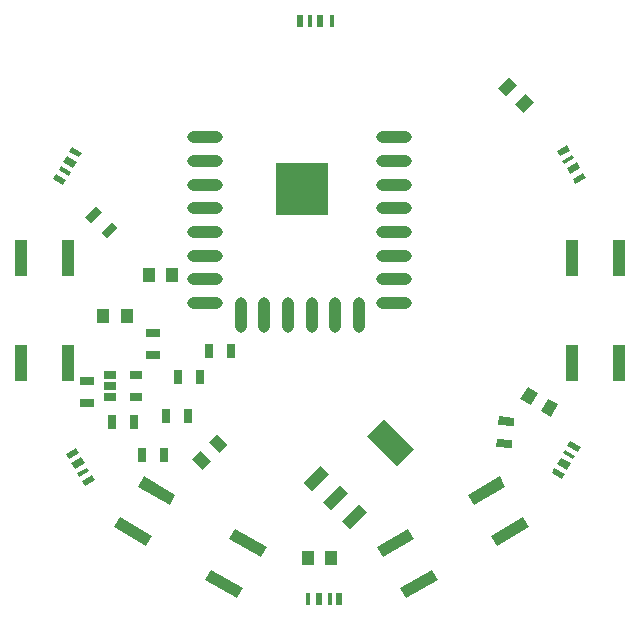
<source format=gtp>
G04 #@! TF.FileFunction,Paste,Top*
%FSLAX46Y46*%
G04 Gerber Fmt 4.6, Leading zero omitted, Abs format (unit mm)*
G04 Created by KiCad (PCBNEW 4.0.2+dfsg1-stable) date Fri 28 Sep 2018 02:00:57 AM EDT*
%MOMM*%
G01*
G04 APERTURE LIST*
%ADD10C,0.100000*%
%ADD11O,3.000000X1.000000*%
%ADD12O,1.000000X3.000000*%
%ADD13R,1.000000X1.250000*%
%ADD14R,0.700000X1.300000*%
%ADD15R,1.300000X0.700000*%
%ADD16R,1.000000X3.100000*%
%ADD17R,1.060000X0.650000*%
%ADD18R,4.470400X4.470400*%
%ADD19R,0.450000X1.000000*%
%ADD20R,0.600000X1.000000*%
%ADD21R,0.350000X1.000000*%
%ADD22R,0.500000X1.000000*%
G04 APERTURE END LIST*
D10*
D11*
X76836000Y-40434000D03*
X76836000Y-42434000D03*
X76836000Y-44434000D03*
X76836000Y-46434000D03*
X76836000Y-48434000D03*
X76836000Y-50434000D03*
X76836000Y-52434000D03*
X76836000Y-54434000D03*
D12*
X79836000Y-55434000D03*
X81836000Y-55434000D03*
X83836000Y-55434000D03*
X85836000Y-55434000D03*
X87836000Y-55434000D03*
X89836000Y-55434000D03*
D11*
X92836000Y-54434000D03*
X92836000Y-52434000D03*
X92836000Y-50434000D03*
X92836000Y-48434000D03*
X92836000Y-46434000D03*
X92836000Y-44434000D03*
X92836000Y-42434000D03*
X92836000Y-40434000D03*
D10*
G36*
X103508462Y-62621266D02*
X104133462Y-61538734D01*
X104999488Y-62038734D01*
X104374488Y-63121266D01*
X103508462Y-62621266D01*
X103508462Y-62621266D01*
G37*
G36*
X105240512Y-63621266D02*
X105865512Y-62538734D01*
X106731538Y-63038734D01*
X106106538Y-64121266D01*
X105240512Y-63621266D01*
X105240512Y-63621266D01*
G37*
G36*
X76597281Y-68558602D02*
X75713398Y-67674719D01*
X76420505Y-66967612D01*
X77304388Y-67851495D01*
X76597281Y-68558602D01*
X76597281Y-68558602D01*
G37*
G36*
X78011495Y-67144388D02*
X77127612Y-66260505D01*
X77834719Y-65553398D01*
X78718602Y-66437281D01*
X78011495Y-67144388D01*
X78011495Y-67144388D01*
G37*
D13*
X70170000Y-55550000D03*
X68170000Y-55550000D03*
D10*
G36*
X69408858Y-48069619D02*
X68489619Y-48988858D01*
X67994644Y-48493883D01*
X68913883Y-47574644D01*
X69408858Y-48069619D01*
X69408858Y-48069619D01*
G37*
G36*
X68065356Y-46726117D02*
X67146117Y-47645356D01*
X66651142Y-47150381D01*
X67570381Y-46231142D01*
X68065356Y-46726117D01*
X68065356Y-46726117D01*
G37*
G36*
X101700776Y-64053296D02*
X102995829Y-64166598D01*
X102934820Y-64863934D01*
X101639767Y-64750632D01*
X101700776Y-64053296D01*
X101700776Y-64053296D01*
G37*
G36*
X101535180Y-65946066D02*
X102830233Y-66059368D01*
X102769224Y-66756704D01*
X101474171Y-66643402D01*
X101535180Y-65946066D01*
X101535180Y-65946066D01*
G37*
D14*
X73472000Y-64008000D03*
X75372000Y-64008000D03*
X71440000Y-67310000D03*
X73340000Y-67310000D03*
X68900000Y-64516000D03*
X70800000Y-64516000D03*
X74488000Y-60706000D03*
X76388000Y-60706000D03*
D15*
X72390000Y-56962000D03*
X72390000Y-58862000D03*
X66802000Y-62926000D03*
X66802000Y-61026000D03*
D10*
G36*
X103740482Y-72591538D02*
X104240482Y-73457564D01*
X101555804Y-75007564D01*
X101055804Y-74141538D01*
X103740482Y-72591538D01*
X103740482Y-72591538D01*
G37*
G36*
X101740482Y-69127436D02*
X102240482Y-69993462D01*
X99555804Y-71543462D01*
X99055804Y-70677436D01*
X101740482Y-69127436D01*
X101740482Y-69127436D01*
G37*
G36*
X94024196Y-73582436D02*
X94524196Y-74448462D01*
X91839518Y-75998462D01*
X91339518Y-75132436D01*
X94024196Y-73582436D01*
X94024196Y-73582436D01*
G37*
G36*
X96024196Y-77046538D02*
X96524196Y-77912564D01*
X93839518Y-79462564D01*
X93339518Y-78596538D01*
X96024196Y-77046538D01*
X96024196Y-77046538D01*
G37*
D16*
X65238000Y-50663000D03*
X61238000Y-50663000D03*
X61238000Y-59573000D03*
X65238000Y-59573000D03*
X107836000Y-59527000D03*
X111836000Y-59527000D03*
X111836000Y-50617000D03*
X107836000Y-50617000D03*
D10*
G36*
X80015482Y-78596538D02*
X79515482Y-79462564D01*
X76830804Y-77912564D01*
X77330804Y-77046538D01*
X80015482Y-78596538D01*
X80015482Y-78596538D01*
G37*
G36*
X82015482Y-75132436D02*
X81515482Y-75998462D01*
X78830804Y-74448462D01*
X79330804Y-73582436D01*
X82015482Y-75132436D01*
X82015482Y-75132436D01*
G37*
G36*
X74299196Y-70677436D02*
X73799196Y-71543462D01*
X71114518Y-69993462D01*
X71614518Y-69127436D01*
X74299196Y-70677436D01*
X74299196Y-70677436D01*
G37*
G36*
X72299196Y-74141538D02*
X71799196Y-75007564D01*
X69114518Y-73457564D01*
X69614518Y-72591538D01*
X72299196Y-74141538D01*
X72299196Y-74141538D01*
G37*
D17*
X68750000Y-60518000D03*
X68750000Y-61468000D03*
X68750000Y-62418000D03*
X70950000Y-62418000D03*
X70950000Y-60518000D03*
D10*
G36*
X90493290Y-65670397D02*
X91930131Y-64233556D01*
X94516444Y-66819869D01*
X93079603Y-68256710D01*
X90493290Y-65670397D01*
X90493290Y-65670397D01*
G37*
G36*
X86757502Y-71274077D02*
X88194343Y-69837236D01*
X88912764Y-70555657D01*
X87475923Y-71992498D01*
X86757502Y-71274077D01*
X86757502Y-71274077D01*
G37*
G36*
X88373949Y-72890523D02*
X89810790Y-71453682D01*
X90529211Y-72172103D01*
X89092370Y-73608944D01*
X88373949Y-72890523D01*
X88373949Y-72890523D01*
G37*
G36*
X85141056Y-69657630D02*
X86577897Y-68220789D01*
X87296318Y-68939210D01*
X85859477Y-70376051D01*
X85141056Y-69657630D01*
X85141056Y-69657630D01*
G37*
G36*
X104626602Y-37448719D02*
X103742719Y-38332602D01*
X103035612Y-37625495D01*
X103919495Y-36741612D01*
X104626602Y-37448719D01*
X104626602Y-37448719D01*
G37*
G36*
X103212388Y-36034505D02*
X102328505Y-36918388D01*
X101621398Y-36211281D01*
X102505281Y-35327398D01*
X103212388Y-36034505D01*
X103212388Y-36034505D01*
G37*
D13*
X74025000Y-52070000D03*
X72025000Y-52070000D03*
D18*
X85050000Y-44760000D03*
D13*
X87500000Y-76020000D03*
X85500000Y-76020000D03*
D14*
X77140000Y-58480000D03*
X79040000Y-58480000D03*
D10*
G36*
X65530000Y-41240962D02*
X66396026Y-41740962D01*
X66171026Y-42130674D01*
X65305000Y-41630674D01*
X65530000Y-41240962D01*
X65530000Y-41240962D01*
G37*
G36*
X65080000Y-42020384D02*
X65946026Y-42520384D01*
X65646026Y-43040000D01*
X64780000Y-42540000D01*
X65080000Y-42020384D01*
X65080000Y-42020384D01*
G37*
G36*
X64580000Y-42886411D02*
X65446026Y-43386411D01*
X65271026Y-43689519D01*
X64405000Y-43189519D01*
X64580000Y-42886411D01*
X64580000Y-42886411D01*
G37*
G36*
X64205000Y-43535930D02*
X65071026Y-44035930D01*
X64821026Y-44468942D01*
X63955000Y-43968942D01*
X64205000Y-43535930D01*
X64205000Y-43535930D01*
G37*
G36*
X65030000Y-67240962D02*
X65896026Y-66740962D01*
X66121026Y-67130674D01*
X65255000Y-67630674D01*
X65030000Y-67240962D01*
X65030000Y-67240962D01*
G37*
G36*
X65480000Y-68020384D02*
X66346026Y-67520384D01*
X66646026Y-68040000D01*
X65780000Y-68540000D01*
X65480000Y-68020384D01*
X65480000Y-68020384D01*
G37*
G36*
X65980000Y-68886411D02*
X66846026Y-68386411D01*
X67021026Y-68689519D01*
X66155000Y-69189519D01*
X65980000Y-68886411D01*
X65980000Y-68886411D01*
G37*
G36*
X66355000Y-69535930D02*
X67221026Y-69035930D01*
X67471026Y-69468942D01*
X66605000Y-69968942D01*
X66355000Y-69535930D01*
X66355000Y-69535930D01*
G37*
D19*
X85505000Y-79540000D03*
D20*
X86480000Y-79540000D03*
D21*
X87355000Y-79540000D03*
D22*
X88180000Y-79540000D03*
D10*
G36*
X107030000Y-69339038D02*
X106163974Y-68839038D01*
X106388974Y-68449326D01*
X107255000Y-68949326D01*
X107030000Y-69339038D01*
X107030000Y-69339038D01*
G37*
G36*
X107480000Y-68559616D02*
X106613974Y-68059616D01*
X106913974Y-67540000D01*
X107780000Y-68040000D01*
X107480000Y-68559616D01*
X107480000Y-68559616D01*
G37*
G36*
X107980000Y-67693589D02*
X107113974Y-67193589D01*
X107288974Y-66890481D01*
X108155000Y-67390481D01*
X107980000Y-67693589D01*
X107980000Y-67693589D01*
G37*
G36*
X108355000Y-67044070D02*
X107488974Y-66544070D01*
X107738974Y-66111058D01*
X108605000Y-66611058D01*
X108355000Y-67044070D01*
X108355000Y-67044070D01*
G37*
G36*
X109030000Y-43839038D02*
X108163974Y-44339038D01*
X107938974Y-43949326D01*
X108805000Y-43449326D01*
X109030000Y-43839038D01*
X109030000Y-43839038D01*
G37*
G36*
X108580000Y-43059616D02*
X107713974Y-43559616D01*
X107413974Y-43040000D01*
X108280000Y-42540000D01*
X108580000Y-43059616D01*
X108580000Y-43059616D01*
G37*
G36*
X108080000Y-42193589D02*
X107213974Y-42693589D01*
X107038974Y-42390481D01*
X107905000Y-41890481D01*
X108080000Y-42193589D01*
X108080000Y-42193589D01*
G37*
G36*
X107705000Y-41544070D02*
X106838974Y-42044070D01*
X106588974Y-41611058D01*
X107455000Y-41111058D01*
X107705000Y-41544070D01*
X107705000Y-41544070D01*
G37*
D19*
X87555000Y-30540000D03*
D20*
X86580000Y-30540000D03*
D21*
X85705000Y-30540000D03*
D22*
X84880000Y-30540000D03*
M02*

</source>
